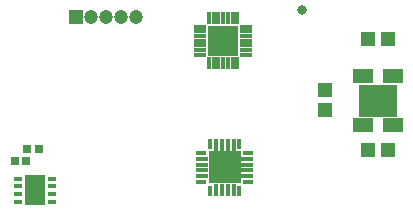
<source format=gbs>
G04*
G04 #@! TF.GenerationSoftware,Altium Limited,Altium Designer,19.0.14 (431)*
G04*
G04 Layer_Color=16711935*
%FSLAX44Y44*%
%MOMM*%
G71*
G01*
G75*
%ADD41R,0.8032X0.7032*%
%ADD58R,1.2032X1.3032*%
%ADD62C,0.8032*%
%ADD63C,1.2032*%
%ADD64R,1.2032X1.2032*%
%ADD105R,0.8000X0.3000*%
%ADD106R,0.4520X0.0990*%
%ADD107R,0.0990X0.4520*%
%ADD108R,0.9532X0.4532*%
%ADD109R,1.0532X0.4532*%
%ADD110R,0.4532X0.9532*%
%ADD111R,0.4532X1.0532*%
%ADD112R,2.8032X2.8032*%
%ADD113O,1.0532X0.4032*%
%ADD114O,0.4032X1.0532*%
%ADD115R,2.6032X2.6032*%
%ADD116R,3.3032X2.7032*%
%ADD117R,1.7532X1.2032*%
%ADD118R,1.3032X1.2032*%
%ADD119R,1.7032X2.5032*%
D41*
X31750Y61830D02*
D03*
X21750D02*
D03*
X21441Y51500D02*
D03*
X11441D02*
D03*
D58*
X274000Y111800D02*
D03*
Y94800D02*
D03*
D62*
X255000Y180000D02*
D03*
D63*
X114300Y174000D02*
D03*
X101600D02*
D03*
X88900D02*
D03*
X76200D02*
D03*
D64*
X63500D02*
D03*
D105*
X13970Y17330D02*
D03*
Y23830D02*
D03*
Y30330D02*
D03*
Y36830D02*
D03*
X42870Y17330D02*
D03*
Y23830D02*
D03*
Y30330D02*
D03*
Y36830D02*
D03*
D106*
X201850Y60825D02*
D03*
X176850Y31825D02*
D03*
Y60825D02*
D03*
X201850Y31825D02*
D03*
D107*
X203855Y33830D02*
D03*
X174845Y58830D02*
D03*
X203845Y58830D02*
D03*
D108*
X209100D02*
D03*
Y33830D02*
D03*
X169600D02*
D03*
Y58830D02*
D03*
D109*
X208600Y53830D02*
D03*
Y48830D02*
D03*
Y43830D02*
D03*
Y38830D02*
D03*
X170100D02*
D03*
Y43830D02*
D03*
Y48830D02*
D03*
Y53830D02*
D03*
D110*
X201850Y26580D02*
D03*
X176850D02*
D03*
Y66080D02*
D03*
X201850D02*
D03*
D111*
X196850Y27080D02*
D03*
X191850D02*
D03*
X186850D02*
D03*
X181850D02*
D03*
Y65580D02*
D03*
X186850D02*
D03*
X191850D02*
D03*
X196850D02*
D03*
D112*
X189350Y46330D02*
D03*
D113*
X168710Y141670D02*
D03*
Y145670D02*
D03*
Y149670D02*
D03*
Y153670D02*
D03*
Y157670D02*
D03*
Y161670D02*
D03*
Y165670D02*
D03*
X207210D02*
D03*
Y161670D02*
D03*
Y157670D02*
D03*
Y153670D02*
D03*
Y149670D02*
D03*
Y145670D02*
D03*
Y141670D02*
D03*
D114*
X175960Y172920D02*
D03*
X179960D02*
D03*
X183960D02*
D03*
X187960D02*
D03*
X191960D02*
D03*
X195960D02*
D03*
X199960D02*
D03*
Y134420D02*
D03*
X195960D02*
D03*
X191960D02*
D03*
X187960D02*
D03*
X183960D02*
D03*
X179960D02*
D03*
X175960D02*
D03*
D115*
X187960Y153670D02*
D03*
D116*
X318941Y102952D02*
D03*
D117*
X306191Y81952D02*
D03*
X331691Y123952D02*
D03*
X306191D02*
D03*
X331691Y81952D02*
D03*
D118*
X310440Y61000D02*
D03*
X327440D02*
D03*
X310641Y155000D02*
D03*
X327641D02*
D03*
D119*
X28420Y27080D02*
D03*
M02*

</source>
